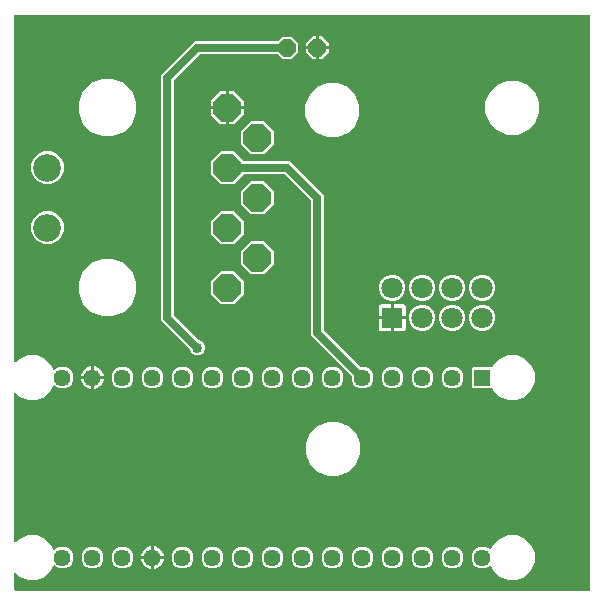
<source format=gbr>
G04 EAGLE Gerber RS-274X export*
G75*
%MOMM*%
%FSLAX34Y34*%
%LPD*%
%INBottom Copper*%
%IPPOS*%
%AMOC8*
5,1,8,0,0,1.08239X$1,22.5*%
G01*
%ADD10R,1.440000X1.440000*%
%ADD11C,1.440000*%
%ADD12P,1.583577X8X22.500000*%
%ADD13R,1.800000X1.800000*%
%ADD14C,1.800000*%
%ADD15P,2.529329X8X292.500000*%
%ADD16C,2.336800*%
%ADD17C,0.858000*%
%ADD18C,0.635000*%

G36*
X370098Y35564D02*
X370098Y35564D01*
X370117Y35562D01*
X370219Y35584D01*
X370321Y35600D01*
X370338Y35610D01*
X370358Y35614D01*
X370447Y35667D01*
X370538Y35716D01*
X370552Y35730D01*
X370569Y35740D01*
X370636Y35819D01*
X370708Y35894D01*
X370716Y35912D01*
X370729Y35927D01*
X370768Y36023D01*
X370811Y36117D01*
X370813Y36137D01*
X370821Y36155D01*
X370839Y36322D01*
X370839Y522478D01*
X370836Y522498D01*
X370838Y522517D01*
X370816Y522619D01*
X370800Y522721D01*
X370790Y522738D01*
X370786Y522758D01*
X370733Y522847D01*
X370684Y522938D01*
X370670Y522952D01*
X370660Y522969D01*
X370581Y523036D01*
X370506Y523108D01*
X370488Y523116D01*
X370473Y523129D01*
X370377Y523168D01*
X370283Y523211D01*
X370263Y523213D01*
X370245Y523221D01*
X370078Y523239D01*
X-116078Y523239D01*
X-116098Y523236D01*
X-116117Y523238D01*
X-116219Y523216D01*
X-116321Y523200D01*
X-116338Y523190D01*
X-116358Y523186D01*
X-116447Y523133D01*
X-116538Y523084D01*
X-116552Y523070D01*
X-116569Y523060D01*
X-116636Y522981D01*
X-116708Y522906D01*
X-116716Y522888D01*
X-116729Y522873D01*
X-116768Y522777D01*
X-116811Y522683D01*
X-116813Y522663D01*
X-116821Y522645D01*
X-116839Y522478D01*
X-116839Y229440D01*
X-116828Y229370D01*
X-116826Y229298D01*
X-116808Y229249D01*
X-116800Y229198D01*
X-116766Y229134D01*
X-116741Y229067D01*
X-116709Y229026D01*
X-116684Y228980D01*
X-116632Y228931D01*
X-116588Y228875D01*
X-116544Y228847D01*
X-116506Y228811D01*
X-116441Y228781D01*
X-116381Y228742D01*
X-116330Y228729D01*
X-116283Y228707D01*
X-116212Y228699D01*
X-116142Y228682D01*
X-116090Y228686D01*
X-116039Y228680D01*
X-115968Y228695D01*
X-115897Y228701D01*
X-115849Y228721D01*
X-115798Y228732D01*
X-115737Y228769D01*
X-115671Y228797D01*
X-115615Y228842D01*
X-115587Y228859D01*
X-115572Y228876D01*
X-115540Y228902D01*
X-112391Y232050D01*
X-105389Y234951D01*
X-97811Y234951D01*
X-90809Y232050D01*
X-85450Y226691D01*
X-83840Y222806D01*
X-83816Y222767D01*
X-83800Y222723D01*
X-83751Y222663D01*
X-83710Y222597D01*
X-83675Y222567D01*
X-83646Y222531D01*
X-83581Y222489D01*
X-83521Y222440D01*
X-83478Y222423D01*
X-83439Y222398D01*
X-83364Y222379D01*
X-83291Y222352D01*
X-83245Y222350D01*
X-83201Y222338D01*
X-83123Y222344D01*
X-83046Y222341D01*
X-83001Y222354D01*
X-82956Y222357D01*
X-82884Y222388D01*
X-82809Y222410D01*
X-82772Y222436D01*
X-82729Y222454D01*
X-82623Y222539D01*
X-82607Y222550D01*
X-82604Y222554D01*
X-82598Y222559D01*
X-81430Y223727D01*
X-78037Y225133D01*
X-74363Y225133D01*
X-70970Y223727D01*
X-68373Y221130D01*
X-66967Y217737D01*
X-66967Y214063D01*
X-68373Y210670D01*
X-70970Y208073D01*
X-74363Y206667D01*
X-78037Y206667D01*
X-81430Y208073D01*
X-82598Y209241D01*
X-82636Y209268D01*
X-82667Y209302D01*
X-82735Y209340D01*
X-82798Y209385D01*
X-82842Y209398D01*
X-82882Y209421D01*
X-82959Y209434D01*
X-83033Y209457D01*
X-83079Y209456D01*
X-83124Y209464D01*
X-83201Y209453D01*
X-83279Y209451D01*
X-83322Y209435D01*
X-83368Y209428D01*
X-83437Y209393D01*
X-83510Y209366D01*
X-83546Y209338D01*
X-83587Y209317D01*
X-83641Y209261D01*
X-83702Y209213D01*
X-83727Y209174D01*
X-83759Y209141D01*
X-83825Y209022D01*
X-83835Y209006D01*
X-83836Y209001D01*
X-83840Y208994D01*
X-85450Y205109D01*
X-90809Y199750D01*
X-97811Y196849D01*
X-105389Y196849D01*
X-112391Y199750D01*
X-115540Y202898D01*
X-115598Y202940D01*
X-115650Y202989D01*
X-115697Y203011D01*
X-115739Y203041D01*
X-115808Y203063D01*
X-115873Y203093D01*
X-115925Y203098D01*
X-115975Y203114D01*
X-116046Y203112D01*
X-116117Y203120D01*
X-116168Y203109D01*
X-116220Y203107D01*
X-116288Y203083D01*
X-116358Y203068D01*
X-116403Y203041D01*
X-116451Y203023D01*
X-116507Y202978D01*
X-116569Y202941D01*
X-116603Y202902D01*
X-116643Y202869D01*
X-116682Y202809D01*
X-116729Y202755D01*
X-116748Y202706D01*
X-116776Y202662D01*
X-116794Y202593D01*
X-116821Y202526D01*
X-116829Y202455D01*
X-116837Y202424D01*
X-116835Y202401D01*
X-116839Y202360D01*
X-116839Y77040D01*
X-116828Y76970D01*
X-116826Y76898D01*
X-116808Y76849D01*
X-116800Y76798D01*
X-116766Y76734D01*
X-116741Y76667D01*
X-116709Y76626D01*
X-116684Y76580D01*
X-116632Y76531D01*
X-116588Y76475D01*
X-116544Y76447D01*
X-116506Y76411D01*
X-116441Y76381D01*
X-116381Y76342D01*
X-116330Y76329D01*
X-116283Y76307D01*
X-116212Y76299D01*
X-116142Y76282D01*
X-116090Y76286D01*
X-116039Y76280D01*
X-115968Y76295D01*
X-115897Y76301D01*
X-115849Y76321D01*
X-115798Y76332D01*
X-115737Y76369D01*
X-115671Y76397D01*
X-115615Y76442D01*
X-115587Y76459D01*
X-115572Y76476D01*
X-115540Y76502D01*
X-112391Y79650D01*
X-105389Y82551D01*
X-97811Y82551D01*
X-90809Y79650D01*
X-85450Y74291D01*
X-83840Y70406D01*
X-83816Y70367D01*
X-83800Y70323D01*
X-83751Y70263D01*
X-83710Y70197D01*
X-83675Y70167D01*
X-83646Y70131D01*
X-83581Y70089D01*
X-83521Y70040D01*
X-83478Y70023D01*
X-83439Y69998D01*
X-83364Y69979D01*
X-83291Y69952D01*
X-83245Y69950D01*
X-83201Y69938D01*
X-83123Y69944D01*
X-83046Y69941D01*
X-83001Y69954D01*
X-82956Y69957D01*
X-82884Y69988D01*
X-82809Y70010D01*
X-82772Y70036D01*
X-82729Y70054D01*
X-82623Y70139D01*
X-82607Y70150D01*
X-82604Y70154D01*
X-82598Y70159D01*
X-81430Y71327D01*
X-78037Y72733D01*
X-74363Y72733D01*
X-70970Y71327D01*
X-68373Y68730D01*
X-66967Y65337D01*
X-66967Y61663D01*
X-68373Y58270D01*
X-70970Y55673D01*
X-74363Y54267D01*
X-78037Y54267D01*
X-81430Y55673D01*
X-82598Y56841D01*
X-82636Y56868D01*
X-82667Y56902D01*
X-82735Y56940D01*
X-82798Y56985D01*
X-82842Y56998D01*
X-82882Y57021D01*
X-82959Y57034D01*
X-83033Y57057D01*
X-83079Y57056D01*
X-83124Y57064D01*
X-83201Y57053D01*
X-83279Y57051D01*
X-83322Y57035D01*
X-83368Y57028D01*
X-83437Y56993D01*
X-83510Y56966D01*
X-83546Y56938D01*
X-83587Y56917D01*
X-83641Y56861D01*
X-83702Y56813D01*
X-83727Y56774D01*
X-83759Y56741D01*
X-83825Y56622D01*
X-83835Y56606D01*
X-83836Y56601D01*
X-83840Y56594D01*
X-85450Y52709D01*
X-90809Y47350D01*
X-97811Y44449D01*
X-105389Y44449D01*
X-112391Y47350D01*
X-115540Y50498D01*
X-115598Y50540D01*
X-115650Y50589D01*
X-115697Y50611D01*
X-115739Y50641D01*
X-115808Y50663D01*
X-115873Y50693D01*
X-115925Y50698D01*
X-115975Y50714D01*
X-116046Y50712D01*
X-116117Y50720D01*
X-116168Y50709D01*
X-116220Y50707D01*
X-116288Y50683D01*
X-116358Y50668D01*
X-116403Y50641D01*
X-116451Y50623D01*
X-116507Y50578D01*
X-116569Y50541D01*
X-116603Y50502D01*
X-116643Y50469D01*
X-116682Y50409D01*
X-116729Y50355D01*
X-116748Y50306D01*
X-116776Y50262D01*
X-116794Y50193D01*
X-116821Y50126D01*
X-116829Y50055D01*
X-116837Y50024D01*
X-116835Y50001D01*
X-116839Y49960D01*
X-116839Y36322D01*
X-116836Y36302D01*
X-116838Y36283D01*
X-116816Y36181D01*
X-116800Y36079D01*
X-116790Y36062D01*
X-116786Y36042D01*
X-116733Y35953D01*
X-116684Y35862D01*
X-116670Y35848D01*
X-116660Y35831D01*
X-116581Y35764D01*
X-116506Y35692D01*
X-116488Y35684D01*
X-116473Y35671D01*
X-116377Y35632D01*
X-116283Y35589D01*
X-116263Y35587D01*
X-116245Y35579D01*
X-116078Y35561D01*
X370078Y35561D01*
X370098Y35564D01*
G37*
%LPC*%
G36*
X36842Y234977D02*
X36842Y234977D01*
X34518Y235940D01*
X32740Y237718D01*
X31758Y240088D01*
X31755Y240124D01*
X31743Y240153D01*
X31738Y240185D01*
X31695Y240266D01*
X31659Y240350D01*
X31633Y240382D01*
X31622Y240403D01*
X31599Y240425D01*
X31554Y240481D01*
X7492Y264543D01*
X7492Y472057D01*
X35943Y500508D01*
X105972Y500508D01*
X106063Y500522D01*
X106153Y500530D01*
X106183Y500542D01*
X106215Y500547D01*
X106296Y500590D01*
X106380Y500626D01*
X106412Y500652D01*
X106433Y500663D01*
X106455Y500686D01*
X106511Y500731D01*
X110428Y504648D01*
X118172Y504648D01*
X123648Y499172D01*
X123648Y491428D01*
X118172Y485952D01*
X110428Y485952D01*
X106511Y489869D01*
X106437Y489922D01*
X106367Y489982D01*
X106337Y489994D01*
X106311Y490013D01*
X106224Y490040D01*
X106139Y490074D01*
X106098Y490078D01*
X106076Y490085D01*
X106044Y490084D01*
X105972Y490092D01*
X40572Y490092D01*
X40482Y490078D01*
X40391Y490070D01*
X40362Y490058D01*
X40330Y490053D01*
X40249Y490010D01*
X40165Y489974D01*
X40133Y489948D01*
X40112Y489937D01*
X40090Y489914D01*
X40034Y489869D01*
X18131Y467966D01*
X18078Y467892D01*
X18018Y467822D01*
X18006Y467792D01*
X17987Y467766D01*
X17960Y467679D01*
X17926Y467594D01*
X17922Y467553D01*
X17915Y467531D01*
X17916Y467499D01*
X17908Y467428D01*
X17908Y269172D01*
X17922Y269082D01*
X17930Y268991D01*
X17942Y268962D01*
X17947Y268930D01*
X17990Y268849D01*
X18026Y268765D01*
X18052Y268733D01*
X18063Y268712D01*
X18086Y268690D01*
X18131Y268634D01*
X38919Y247846D01*
X38993Y247793D01*
X39063Y247733D01*
X39093Y247721D01*
X39119Y247702D01*
X39206Y247675D01*
X39291Y247641D01*
X39321Y247638D01*
X41682Y246660D01*
X43460Y244882D01*
X44423Y242558D01*
X44423Y240042D01*
X43460Y237718D01*
X41682Y235940D01*
X39358Y234977D01*
X36842Y234977D01*
G37*
%LPD*%
%LPC*%
G36*
X175963Y206667D02*
X175963Y206667D01*
X172570Y208073D01*
X169973Y210670D01*
X168567Y214063D01*
X168567Y217453D01*
X168553Y217543D01*
X168545Y217634D01*
X168533Y217663D01*
X168528Y217695D01*
X168485Y217776D01*
X168449Y217860D01*
X168423Y217892D01*
X168412Y217913D01*
X168389Y217935D01*
X168344Y217991D01*
X134492Y251843D01*
X134492Y365828D01*
X134478Y365918D01*
X134470Y366009D01*
X134458Y366038D01*
X134453Y366070D01*
X134410Y366151D01*
X134374Y366235D01*
X134348Y366267D01*
X134337Y366288D01*
X134314Y366310D01*
X134269Y366366D01*
X112366Y388269D01*
X112292Y388322D01*
X112222Y388382D01*
X112192Y388394D01*
X112166Y388413D01*
X112079Y388440D01*
X111994Y388474D01*
X111953Y388478D01*
X111931Y388485D01*
X111899Y388484D01*
X111828Y388492D01*
X77978Y388492D01*
X77958Y388489D01*
X77939Y388491D01*
X77837Y388469D01*
X77735Y388453D01*
X77718Y388443D01*
X77698Y388439D01*
X77609Y388386D01*
X77518Y388337D01*
X77504Y388323D01*
X77487Y388313D01*
X77420Y388234D01*
X77348Y388159D01*
X77341Y388142D01*
X69182Y379983D01*
X57818Y379983D01*
X49783Y388018D01*
X49783Y399382D01*
X57818Y407417D01*
X69182Y407417D01*
X77351Y399247D01*
X77372Y399209D01*
X77386Y399195D01*
X77396Y399178D01*
X77475Y399111D01*
X77550Y399039D01*
X77568Y399031D01*
X77583Y399018D01*
X77679Y398979D01*
X77773Y398936D01*
X77793Y398934D01*
X77811Y398926D01*
X77978Y398908D01*
X116457Y398908D01*
X144908Y370457D01*
X144908Y256472D01*
X144922Y256382D01*
X144930Y256291D01*
X144942Y256262D01*
X144947Y256230D01*
X144990Y256149D01*
X145026Y256065D01*
X145052Y256033D01*
X145063Y256012D01*
X145086Y255990D01*
X145131Y255934D01*
X175709Y225356D01*
X175783Y225303D01*
X175853Y225243D01*
X175883Y225231D01*
X175909Y225212D01*
X175996Y225185D01*
X176081Y225151D01*
X176122Y225147D01*
X176144Y225140D01*
X176176Y225141D01*
X176247Y225133D01*
X179637Y225133D01*
X183030Y223727D01*
X185627Y221130D01*
X187033Y217737D01*
X187033Y214063D01*
X185627Y210670D01*
X183030Y208073D01*
X179637Y206667D01*
X175963Y206667D01*
G37*
%LPD*%
%LPC*%
G36*
X-42900Y420369D02*
X-42900Y420369D01*
X-51769Y424043D01*
X-58557Y430831D01*
X-62231Y439700D01*
X-62231Y449300D01*
X-58557Y458169D01*
X-51769Y464957D01*
X-42900Y468631D01*
X-33300Y468631D01*
X-24431Y464957D01*
X-17643Y458169D01*
X-13969Y449300D01*
X-13969Y439700D01*
X-17643Y430831D01*
X-24431Y424043D01*
X-33300Y420369D01*
X-42900Y420369D01*
G37*
%LPD*%
%LPC*%
G36*
X-42900Y267969D02*
X-42900Y267969D01*
X-51769Y271643D01*
X-58557Y278431D01*
X-62231Y287300D01*
X-62231Y296900D01*
X-58557Y305769D01*
X-51769Y312557D01*
X-42900Y316231D01*
X-33300Y316231D01*
X-24431Y312557D01*
X-17643Y305769D01*
X-13969Y296900D01*
X-13969Y287300D01*
X-17643Y278431D01*
X-24431Y271643D01*
X-33300Y267969D01*
X-42900Y267969D01*
G37*
%LPD*%
%LPC*%
G36*
X300253Y421639D02*
X300253Y421639D01*
X291850Y425120D01*
X285420Y431550D01*
X281939Y439953D01*
X281939Y449047D01*
X285420Y457450D01*
X291850Y463880D01*
X300253Y467361D01*
X309347Y467361D01*
X317750Y463880D01*
X324180Y457450D01*
X327661Y449047D01*
X327661Y439953D01*
X324180Y431550D01*
X317750Y425120D01*
X309347Y421639D01*
X300253Y421639D01*
G37*
%LPD*%
%LPC*%
G36*
X147853Y419353D02*
X147853Y419353D01*
X139450Y422834D01*
X133020Y429264D01*
X129539Y437667D01*
X129539Y446761D01*
X133020Y455164D01*
X139450Y461594D01*
X147853Y465075D01*
X156947Y465075D01*
X165350Y461594D01*
X171780Y455164D01*
X175261Y446761D01*
X175261Y437667D01*
X171780Y429264D01*
X165350Y422834D01*
X156947Y419353D01*
X147853Y419353D01*
G37*
%LPD*%
%LPC*%
G36*
X148361Y132841D02*
X148361Y132841D01*
X139958Y136322D01*
X133528Y142752D01*
X130047Y151155D01*
X130047Y160249D01*
X133528Y168652D01*
X139958Y175082D01*
X148361Y178563D01*
X157455Y178563D01*
X165858Y175082D01*
X172288Y168652D01*
X175769Y160249D01*
X175769Y151155D01*
X172288Y142752D01*
X165858Y136322D01*
X157455Y132841D01*
X148361Y132841D01*
G37*
%LPD*%
%LPC*%
G36*
X301011Y196849D02*
X301011Y196849D01*
X294009Y199750D01*
X288650Y205109D01*
X288199Y206197D01*
X288137Y206297D01*
X288077Y206397D01*
X288072Y206401D01*
X288069Y206406D01*
X287979Y206481D01*
X287890Y206557D01*
X287884Y206559D01*
X287880Y206563D01*
X287771Y206605D01*
X287662Y206649D01*
X287654Y206650D01*
X287650Y206651D01*
X287632Y206652D01*
X287495Y206667D01*
X271358Y206667D01*
X270167Y207858D01*
X270167Y223942D01*
X271358Y225133D01*
X287495Y225133D01*
X287610Y225152D01*
X287726Y225169D01*
X287732Y225171D01*
X287738Y225172D01*
X287841Y225227D01*
X287945Y225280D01*
X287950Y225285D01*
X287955Y225288D01*
X288035Y225372D01*
X288118Y225456D01*
X288121Y225462D01*
X288125Y225466D01*
X288133Y225483D01*
X288199Y225603D01*
X288650Y226691D01*
X294009Y232050D01*
X301011Y234951D01*
X308589Y234951D01*
X315591Y232050D01*
X320950Y226691D01*
X323851Y219689D01*
X323851Y212111D01*
X320950Y205109D01*
X315591Y199750D01*
X308589Y196849D01*
X301011Y196849D01*
G37*
%LPD*%
%LPC*%
G36*
X301011Y44449D02*
X301011Y44449D01*
X294009Y47350D01*
X288650Y52709D01*
X287040Y56594D01*
X287016Y56633D01*
X287000Y56677D01*
X286951Y56737D01*
X286910Y56803D01*
X286875Y56833D01*
X286846Y56869D01*
X286781Y56911D01*
X286721Y56960D01*
X286678Y56977D01*
X286639Y57002D01*
X286564Y57021D01*
X286491Y57048D01*
X286445Y57050D01*
X286401Y57062D01*
X286323Y57056D01*
X286246Y57059D01*
X286201Y57046D01*
X286156Y57043D01*
X286084Y57012D01*
X286009Y56990D01*
X285972Y56964D01*
X285929Y56946D01*
X285823Y56861D01*
X285807Y56850D01*
X285804Y56846D01*
X285798Y56841D01*
X284630Y55673D01*
X281237Y54267D01*
X277563Y54267D01*
X274170Y55673D01*
X271573Y58270D01*
X270167Y61663D01*
X270167Y65337D01*
X271573Y68730D01*
X274170Y71327D01*
X277563Y72733D01*
X281237Y72733D01*
X284630Y71327D01*
X285798Y70159D01*
X285836Y70132D01*
X285867Y70098D01*
X285935Y70060D01*
X285998Y70015D01*
X286042Y70002D01*
X286082Y69979D01*
X286159Y69966D01*
X286233Y69943D01*
X286279Y69944D01*
X286324Y69936D01*
X286401Y69947D01*
X286479Y69949D01*
X286522Y69965D01*
X286568Y69972D01*
X286637Y70007D01*
X286710Y70034D01*
X286746Y70062D01*
X286787Y70083D01*
X286841Y70139D01*
X286902Y70187D01*
X286927Y70226D01*
X286959Y70259D01*
X287025Y70378D01*
X287035Y70394D01*
X287036Y70399D01*
X287040Y70406D01*
X288650Y74291D01*
X294009Y79650D01*
X301011Y82551D01*
X308589Y82551D01*
X315591Y79650D01*
X320950Y74291D01*
X323851Y67289D01*
X323851Y59711D01*
X320950Y52709D01*
X315591Y47350D01*
X308589Y44449D01*
X301011Y44449D01*
G37*
%LPD*%
%LPC*%
G36*
X83218Y354583D02*
X83218Y354583D01*
X75183Y362618D01*
X75183Y373982D01*
X83218Y382017D01*
X94582Y382017D01*
X102617Y373982D01*
X102617Y362618D01*
X94582Y354583D01*
X83218Y354583D01*
G37*
%LPD*%
%LPC*%
G36*
X57818Y329183D02*
X57818Y329183D01*
X49783Y337218D01*
X49783Y348582D01*
X57818Y356617D01*
X69182Y356617D01*
X77217Y348582D01*
X77217Y337218D01*
X69182Y329183D01*
X57818Y329183D01*
G37*
%LPD*%
%LPC*%
G36*
X83218Y303783D02*
X83218Y303783D01*
X75183Y311818D01*
X75183Y323182D01*
X83218Y331217D01*
X94582Y331217D01*
X102617Y323182D01*
X102617Y311818D01*
X94582Y303783D01*
X83218Y303783D01*
G37*
%LPD*%
%LPC*%
G36*
X57818Y278383D02*
X57818Y278383D01*
X49783Y286418D01*
X49783Y297782D01*
X57818Y305817D01*
X69182Y305817D01*
X77217Y297782D01*
X77217Y286418D01*
X69182Y278383D01*
X57818Y278383D01*
G37*
%LPD*%
%LPC*%
G36*
X83218Y405383D02*
X83218Y405383D01*
X75183Y413418D01*
X75183Y424782D01*
X83218Y432817D01*
X94582Y432817D01*
X102617Y424782D01*
X102617Y413418D01*
X94582Y405383D01*
X83218Y405383D01*
G37*
%LPD*%
%LPC*%
G36*
X-91628Y379983D02*
X-91628Y379983D01*
X-96670Y382072D01*
X-100528Y385930D01*
X-102617Y390972D01*
X-102617Y396428D01*
X-100528Y401470D01*
X-96670Y405328D01*
X-91628Y407417D01*
X-86172Y407417D01*
X-81130Y405328D01*
X-77272Y401470D01*
X-75183Y396428D01*
X-75183Y390972D01*
X-77272Y385930D01*
X-81130Y382072D01*
X-86172Y379983D01*
X-91628Y379983D01*
G37*
%LPD*%
%LPC*%
G36*
X-91628Y329183D02*
X-91628Y329183D01*
X-96670Y331272D01*
X-100528Y335130D01*
X-102617Y340172D01*
X-102617Y345628D01*
X-100528Y350670D01*
X-96670Y354528D01*
X-91628Y356617D01*
X-86172Y356617D01*
X-81130Y354528D01*
X-77272Y350670D01*
X-75183Y345628D01*
X-75183Y340172D01*
X-77272Y335130D01*
X-81130Y331272D01*
X-86172Y329183D01*
X-91628Y329183D01*
G37*
%LPD*%
%LPC*%
G36*
X226405Y281067D02*
X226405Y281067D01*
X222350Y282747D01*
X219247Y285850D01*
X217567Y289905D01*
X217567Y294295D01*
X219247Y298350D01*
X222350Y301453D01*
X226405Y303133D01*
X230795Y303133D01*
X234850Y301453D01*
X237953Y298350D01*
X239633Y294295D01*
X239633Y289905D01*
X237953Y285850D01*
X234850Y282747D01*
X230795Y281067D01*
X226405Y281067D01*
G37*
%LPD*%
%LPC*%
G36*
X277205Y255667D02*
X277205Y255667D01*
X273150Y257347D01*
X270047Y260450D01*
X268367Y264505D01*
X268367Y268895D01*
X270047Y272950D01*
X273150Y276053D01*
X277205Y277733D01*
X281595Y277733D01*
X285650Y276053D01*
X288753Y272950D01*
X290433Y268895D01*
X290433Y264505D01*
X288753Y260450D01*
X285650Y257347D01*
X281595Y255667D01*
X277205Y255667D01*
G37*
%LPD*%
%LPC*%
G36*
X251805Y255667D02*
X251805Y255667D01*
X247750Y257347D01*
X244647Y260450D01*
X242967Y264505D01*
X242967Y268895D01*
X244647Y272950D01*
X247750Y276053D01*
X251805Y277733D01*
X256195Y277733D01*
X260250Y276053D01*
X263353Y272950D01*
X265033Y268895D01*
X265033Y264505D01*
X263353Y260450D01*
X260250Y257347D01*
X256195Y255667D01*
X251805Y255667D01*
G37*
%LPD*%
%LPC*%
G36*
X201005Y281067D02*
X201005Y281067D01*
X196950Y282747D01*
X193847Y285850D01*
X192167Y289905D01*
X192167Y294295D01*
X193847Y298350D01*
X196950Y301453D01*
X201005Y303133D01*
X205395Y303133D01*
X209450Y301453D01*
X212553Y298350D01*
X214233Y294295D01*
X214233Y289905D01*
X212553Y285850D01*
X209450Y282747D01*
X205395Y281067D01*
X201005Y281067D01*
G37*
%LPD*%
%LPC*%
G36*
X251805Y281067D02*
X251805Y281067D01*
X247750Y282747D01*
X244647Y285850D01*
X242967Y289905D01*
X242967Y294295D01*
X244647Y298350D01*
X247750Y301453D01*
X251805Y303133D01*
X256195Y303133D01*
X260250Y301453D01*
X263353Y298350D01*
X265033Y294295D01*
X265033Y289905D01*
X263353Y285850D01*
X260250Y282747D01*
X256195Y281067D01*
X251805Y281067D01*
G37*
%LPD*%
%LPC*%
G36*
X277205Y281067D02*
X277205Y281067D01*
X273150Y282747D01*
X270047Y285850D01*
X268367Y289905D01*
X268367Y294295D01*
X270047Y298350D01*
X273150Y301453D01*
X277205Y303133D01*
X281595Y303133D01*
X285650Y301453D01*
X288753Y298350D01*
X290433Y294295D01*
X290433Y289905D01*
X288753Y285850D01*
X285650Y282747D01*
X281595Y281067D01*
X277205Y281067D01*
G37*
%LPD*%
%LPC*%
G36*
X226405Y255667D02*
X226405Y255667D01*
X222350Y257347D01*
X219247Y260450D01*
X217567Y264505D01*
X217567Y268895D01*
X219247Y272950D01*
X222350Y276053D01*
X226405Y277733D01*
X230795Y277733D01*
X234850Y276053D01*
X237953Y272950D01*
X239633Y268895D01*
X239633Y264505D01*
X237953Y260450D01*
X234850Y257347D01*
X230795Y255667D01*
X226405Y255667D01*
G37*
%LPD*%
%LPC*%
G36*
X48963Y206667D02*
X48963Y206667D01*
X45570Y208073D01*
X42973Y210670D01*
X41567Y214063D01*
X41567Y217737D01*
X42973Y221130D01*
X45570Y223727D01*
X48963Y225133D01*
X52637Y225133D01*
X56030Y223727D01*
X58627Y221130D01*
X60033Y217737D01*
X60033Y214063D01*
X58627Y210670D01*
X56030Y208073D01*
X52637Y206667D01*
X48963Y206667D01*
G37*
%LPD*%
%LPC*%
G36*
X23563Y206667D02*
X23563Y206667D01*
X20170Y208073D01*
X17573Y210670D01*
X16167Y214063D01*
X16167Y217737D01*
X17573Y221130D01*
X20170Y223727D01*
X23563Y225133D01*
X27237Y225133D01*
X30630Y223727D01*
X33227Y221130D01*
X34633Y217737D01*
X34633Y214063D01*
X33227Y210670D01*
X30630Y208073D01*
X27237Y206667D01*
X23563Y206667D01*
G37*
%LPD*%
%LPC*%
G36*
X-52637Y54267D02*
X-52637Y54267D01*
X-56030Y55673D01*
X-58627Y58270D01*
X-60033Y61663D01*
X-60033Y65337D01*
X-58627Y68730D01*
X-56030Y71327D01*
X-52637Y72733D01*
X-48963Y72733D01*
X-45570Y71327D01*
X-42973Y68730D01*
X-41567Y65337D01*
X-41567Y61663D01*
X-42973Y58270D01*
X-45570Y55673D01*
X-48963Y54267D01*
X-52637Y54267D01*
G37*
%LPD*%
%LPC*%
G36*
X-27237Y54267D02*
X-27237Y54267D01*
X-30630Y55673D01*
X-33227Y58270D01*
X-34633Y61663D01*
X-34633Y65337D01*
X-33227Y68730D01*
X-30630Y71327D01*
X-27237Y72733D01*
X-23563Y72733D01*
X-20170Y71327D01*
X-17573Y68730D01*
X-16167Y65337D01*
X-16167Y61663D01*
X-17573Y58270D01*
X-20170Y55673D01*
X-23563Y54267D01*
X-27237Y54267D01*
G37*
%LPD*%
%LPC*%
G36*
X23563Y54267D02*
X23563Y54267D01*
X20170Y55673D01*
X17573Y58270D01*
X16167Y61663D01*
X16167Y65337D01*
X17573Y68730D01*
X20170Y71327D01*
X23563Y72733D01*
X27237Y72733D01*
X30630Y71327D01*
X33227Y68730D01*
X34633Y65337D01*
X34633Y61663D01*
X33227Y58270D01*
X30630Y55673D01*
X27237Y54267D01*
X23563Y54267D01*
G37*
%LPD*%
%LPC*%
G36*
X74363Y54267D02*
X74363Y54267D01*
X70970Y55673D01*
X68373Y58270D01*
X66967Y61663D01*
X66967Y65337D01*
X68373Y68730D01*
X70970Y71327D01*
X74363Y72733D01*
X78037Y72733D01*
X81430Y71327D01*
X84027Y68730D01*
X85433Y65337D01*
X85433Y61663D01*
X84027Y58270D01*
X81430Y55673D01*
X78037Y54267D01*
X74363Y54267D01*
G37*
%LPD*%
%LPC*%
G36*
X48963Y54267D02*
X48963Y54267D01*
X45570Y55673D01*
X42973Y58270D01*
X41567Y61663D01*
X41567Y65337D01*
X42973Y68730D01*
X45570Y71327D01*
X48963Y72733D01*
X52637Y72733D01*
X56030Y71327D01*
X58627Y68730D01*
X60033Y65337D01*
X60033Y61663D01*
X58627Y58270D01*
X56030Y55673D01*
X52637Y54267D01*
X48963Y54267D01*
G37*
%LPD*%
%LPC*%
G36*
X99763Y54267D02*
X99763Y54267D01*
X96370Y55673D01*
X93773Y58270D01*
X92367Y61663D01*
X92367Y65337D01*
X93773Y68730D01*
X96370Y71327D01*
X99763Y72733D01*
X103437Y72733D01*
X106830Y71327D01*
X109427Y68730D01*
X110833Y65337D01*
X110833Y61663D01*
X109427Y58270D01*
X106830Y55673D01*
X103437Y54267D01*
X99763Y54267D01*
G37*
%LPD*%
%LPC*%
G36*
X125163Y54267D02*
X125163Y54267D01*
X121770Y55673D01*
X119173Y58270D01*
X117767Y61663D01*
X117767Y65337D01*
X119173Y68730D01*
X121770Y71327D01*
X125163Y72733D01*
X128837Y72733D01*
X132230Y71327D01*
X134827Y68730D01*
X136233Y65337D01*
X136233Y61663D01*
X134827Y58270D01*
X132230Y55673D01*
X128837Y54267D01*
X125163Y54267D01*
G37*
%LPD*%
%LPC*%
G36*
X150563Y54267D02*
X150563Y54267D01*
X147170Y55673D01*
X144573Y58270D01*
X143167Y61663D01*
X143167Y65337D01*
X144573Y68730D01*
X147170Y71327D01*
X150563Y72733D01*
X154237Y72733D01*
X157630Y71327D01*
X160227Y68730D01*
X161633Y65337D01*
X161633Y61663D01*
X160227Y58270D01*
X157630Y55673D01*
X154237Y54267D01*
X150563Y54267D01*
G37*
%LPD*%
%LPC*%
G36*
X175963Y54267D02*
X175963Y54267D01*
X172570Y55673D01*
X169973Y58270D01*
X168567Y61663D01*
X168567Y65337D01*
X169973Y68730D01*
X172570Y71327D01*
X175963Y72733D01*
X179637Y72733D01*
X183030Y71327D01*
X185627Y68730D01*
X187033Y65337D01*
X187033Y61663D01*
X185627Y58270D01*
X183030Y55673D01*
X179637Y54267D01*
X175963Y54267D01*
G37*
%LPD*%
%LPC*%
G36*
X201363Y54267D02*
X201363Y54267D01*
X197970Y55673D01*
X195373Y58270D01*
X193967Y61663D01*
X193967Y65337D01*
X195373Y68730D01*
X197970Y71327D01*
X201363Y72733D01*
X205037Y72733D01*
X208430Y71327D01*
X211027Y68730D01*
X212433Y65337D01*
X212433Y61663D01*
X211027Y58270D01*
X208430Y55673D01*
X205037Y54267D01*
X201363Y54267D01*
G37*
%LPD*%
%LPC*%
G36*
X226763Y54267D02*
X226763Y54267D01*
X223370Y55673D01*
X220773Y58270D01*
X219367Y61663D01*
X219367Y65337D01*
X220773Y68730D01*
X223370Y71327D01*
X226763Y72733D01*
X230437Y72733D01*
X233830Y71327D01*
X236427Y68730D01*
X237833Y65337D01*
X237833Y61663D01*
X236427Y58270D01*
X233830Y55673D01*
X230437Y54267D01*
X226763Y54267D01*
G37*
%LPD*%
%LPC*%
G36*
X252163Y54267D02*
X252163Y54267D01*
X248770Y55673D01*
X246173Y58270D01*
X244767Y61663D01*
X244767Y65337D01*
X246173Y68730D01*
X248770Y71327D01*
X252163Y72733D01*
X255837Y72733D01*
X259230Y71327D01*
X261827Y68730D01*
X263233Y65337D01*
X263233Y61663D01*
X261827Y58270D01*
X259230Y55673D01*
X255837Y54267D01*
X252163Y54267D01*
G37*
%LPD*%
%LPC*%
G36*
X-27237Y206667D02*
X-27237Y206667D01*
X-30630Y208073D01*
X-33227Y210670D01*
X-34633Y214063D01*
X-34633Y217737D01*
X-33227Y221130D01*
X-30630Y223727D01*
X-27237Y225133D01*
X-23563Y225133D01*
X-20170Y223727D01*
X-17573Y221130D01*
X-16167Y217737D01*
X-16167Y214063D01*
X-17573Y210670D01*
X-20170Y208073D01*
X-23563Y206667D01*
X-27237Y206667D01*
G37*
%LPD*%
%LPC*%
G36*
X252163Y206667D02*
X252163Y206667D01*
X248770Y208073D01*
X246173Y210670D01*
X244767Y214063D01*
X244767Y217737D01*
X246173Y221130D01*
X248770Y223727D01*
X252163Y225133D01*
X255837Y225133D01*
X259230Y223727D01*
X261827Y221130D01*
X263233Y217737D01*
X263233Y214063D01*
X261827Y210670D01*
X259230Y208073D01*
X255837Y206667D01*
X252163Y206667D01*
G37*
%LPD*%
%LPC*%
G36*
X226763Y206667D02*
X226763Y206667D01*
X223370Y208073D01*
X220773Y210670D01*
X219367Y214063D01*
X219367Y217737D01*
X220773Y221130D01*
X223370Y223727D01*
X226763Y225133D01*
X230437Y225133D01*
X233830Y223727D01*
X236427Y221130D01*
X237833Y217737D01*
X237833Y214063D01*
X236427Y210670D01*
X233830Y208073D01*
X230437Y206667D01*
X226763Y206667D01*
G37*
%LPD*%
%LPC*%
G36*
X201363Y206667D02*
X201363Y206667D01*
X197970Y208073D01*
X195373Y210670D01*
X193967Y214063D01*
X193967Y217737D01*
X195373Y221130D01*
X197970Y223727D01*
X201363Y225133D01*
X205037Y225133D01*
X208430Y223727D01*
X211027Y221130D01*
X212433Y217737D01*
X212433Y214063D01*
X211027Y210670D01*
X208430Y208073D01*
X205037Y206667D01*
X201363Y206667D01*
G37*
%LPD*%
%LPC*%
G36*
X150563Y206667D02*
X150563Y206667D01*
X147170Y208073D01*
X144573Y210670D01*
X143167Y214063D01*
X143167Y217737D01*
X144573Y221130D01*
X147170Y223727D01*
X150563Y225133D01*
X154237Y225133D01*
X157630Y223727D01*
X160227Y221130D01*
X161633Y217737D01*
X161633Y214063D01*
X160227Y210670D01*
X157630Y208073D01*
X154237Y206667D01*
X150563Y206667D01*
G37*
%LPD*%
%LPC*%
G36*
X125163Y206667D02*
X125163Y206667D01*
X121770Y208073D01*
X119173Y210670D01*
X117767Y214063D01*
X117767Y217737D01*
X119173Y221130D01*
X121770Y223727D01*
X125163Y225133D01*
X128837Y225133D01*
X132230Y223727D01*
X134827Y221130D01*
X136233Y217737D01*
X136233Y214063D01*
X134827Y210670D01*
X132230Y208073D01*
X128837Y206667D01*
X125163Y206667D01*
G37*
%LPD*%
%LPC*%
G36*
X99763Y206667D02*
X99763Y206667D01*
X96370Y208073D01*
X93773Y210670D01*
X92367Y214063D01*
X92367Y217737D01*
X93773Y221130D01*
X96370Y223727D01*
X99763Y225133D01*
X103437Y225133D01*
X106830Y223727D01*
X109427Y221130D01*
X110833Y217737D01*
X110833Y214063D01*
X109427Y210670D01*
X106830Y208073D01*
X103437Y206667D01*
X99763Y206667D01*
G37*
%LPD*%
%LPC*%
G36*
X74363Y206667D02*
X74363Y206667D01*
X70970Y208073D01*
X68373Y210670D01*
X66967Y214063D01*
X66967Y217737D01*
X68373Y221130D01*
X70970Y223727D01*
X74363Y225133D01*
X78037Y225133D01*
X81430Y223727D01*
X84027Y221130D01*
X85433Y217737D01*
X85433Y214063D01*
X84027Y210670D01*
X81430Y208073D01*
X78037Y206667D01*
X74363Y206667D01*
G37*
%LPD*%
%LPC*%
G36*
X-1837Y206667D02*
X-1837Y206667D01*
X-5230Y208073D01*
X-7827Y210670D01*
X-9233Y214063D01*
X-9233Y217737D01*
X-7827Y221130D01*
X-5230Y223727D01*
X-1837Y225133D01*
X1837Y225133D01*
X5230Y223727D01*
X7827Y221130D01*
X9233Y217737D01*
X9233Y214063D01*
X7827Y210670D01*
X5230Y208073D01*
X1837Y206667D01*
X-1837Y206667D01*
G37*
%LPD*%
%LPC*%
G36*
X65023Y446023D02*
X65023Y446023D01*
X65023Y458725D01*
X69392Y458725D01*
X77725Y450392D01*
X77725Y446023D01*
X65023Y446023D01*
G37*
%LPD*%
%LPC*%
G36*
X65023Y442977D02*
X65023Y442977D01*
X77725Y442977D01*
X77725Y438608D01*
X69392Y430275D01*
X65023Y430275D01*
X65023Y442977D01*
G37*
%LPD*%
%LPC*%
G36*
X49275Y446023D02*
X49275Y446023D01*
X49275Y450392D01*
X57608Y458725D01*
X61977Y458725D01*
X61977Y446023D01*
X49275Y446023D01*
G37*
%LPD*%
%LPC*%
G36*
X57608Y430275D02*
X57608Y430275D01*
X49275Y438608D01*
X49275Y442977D01*
X61977Y442977D01*
X61977Y430275D01*
X57608Y430275D01*
G37*
%LPD*%
%LPC*%
G36*
X204723Y268223D02*
X204723Y268223D01*
X204723Y278241D01*
X212534Y278241D01*
X213181Y278068D01*
X213760Y277733D01*
X214233Y277260D01*
X214568Y276681D01*
X214741Y276034D01*
X214741Y268223D01*
X204723Y268223D01*
G37*
%LPD*%
%LPC*%
G36*
X204723Y265177D02*
X204723Y265177D01*
X214741Y265177D01*
X214741Y257366D01*
X214568Y256719D01*
X214233Y256140D01*
X213760Y255667D01*
X213181Y255332D01*
X212534Y255159D01*
X204723Y255159D01*
X204723Y265177D01*
G37*
%LPD*%
%LPC*%
G36*
X191659Y268223D02*
X191659Y268223D01*
X191659Y276034D01*
X191832Y276681D01*
X192167Y277260D01*
X192640Y277733D01*
X193219Y278068D01*
X193866Y278241D01*
X201677Y278241D01*
X201677Y268223D01*
X191659Y268223D01*
G37*
%LPD*%
%LPC*%
G36*
X193866Y255159D02*
X193866Y255159D01*
X193219Y255332D01*
X192640Y255667D01*
X192167Y256140D01*
X191832Y256719D01*
X191659Y257366D01*
X191659Y265177D01*
X201677Y265177D01*
X201677Y255159D01*
X193866Y255159D01*
G37*
%LPD*%
%LPC*%
G36*
X141223Y496823D02*
X141223Y496823D01*
X141223Y505156D01*
X143782Y505156D01*
X149556Y499382D01*
X149556Y496823D01*
X141223Y496823D01*
G37*
%LPD*%
%LPC*%
G36*
X129844Y496823D02*
X129844Y496823D01*
X129844Y499382D01*
X135618Y505156D01*
X138177Y505156D01*
X138177Y496823D01*
X129844Y496823D01*
G37*
%LPD*%
%LPC*%
G36*
X141223Y485444D02*
X141223Y485444D01*
X141223Y493777D01*
X149556Y493777D01*
X149556Y491218D01*
X143782Y485444D01*
X141223Y485444D01*
G37*
%LPD*%
%LPC*%
G36*
X135618Y485444D02*
X135618Y485444D01*
X129844Y491218D01*
X129844Y493777D01*
X138177Y493777D01*
X138177Y485444D01*
X135618Y485444D01*
G37*
%LPD*%
%LPC*%
G36*
X-9621Y65023D02*
X-9621Y65023D01*
X-9501Y65781D01*
X-9027Y67239D01*
X-8331Y68605D01*
X-7430Y69846D01*
X-6346Y70930D01*
X-5105Y71831D01*
X-3739Y72527D01*
X-2281Y73001D01*
X-1523Y73121D01*
X-1523Y65023D01*
X-9621Y65023D01*
G37*
%LPD*%
%LPC*%
G36*
X1523Y65023D02*
X1523Y65023D01*
X1523Y73121D01*
X2281Y73001D01*
X3739Y72527D01*
X5105Y71831D01*
X6346Y70930D01*
X7430Y69846D01*
X8331Y68605D01*
X9027Y67239D01*
X9501Y65781D01*
X9621Y65023D01*
X1523Y65023D01*
G37*
%LPD*%
%LPC*%
G36*
X-60421Y217423D02*
X-60421Y217423D01*
X-60301Y218181D01*
X-59827Y219639D01*
X-59131Y221005D01*
X-58230Y222246D01*
X-57146Y223330D01*
X-55905Y224231D01*
X-54539Y224927D01*
X-53081Y225401D01*
X-52323Y225521D01*
X-52323Y217423D01*
X-60421Y217423D01*
G37*
%LPD*%
%LPC*%
G36*
X-49277Y217423D02*
X-49277Y217423D01*
X-49277Y225521D01*
X-48519Y225401D01*
X-47061Y224927D01*
X-45695Y224231D01*
X-44454Y223330D01*
X-43370Y222246D01*
X-42469Y221005D01*
X-41773Y219639D01*
X-41299Y218181D01*
X-41179Y217423D01*
X-49277Y217423D01*
G37*
%LPD*%
%LPC*%
G36*
X-53081Y206399D02*
X-53081Y206399D01*
X-54539Y206873D01*
X-55905Y207569D01*
X-57146Y208470D01*
X-58230Y209554D01*
X-59131Y210795D01*
X-59827Y212161D01*
X-60301Y213619D01*
X-60421Y214377D01*
X-52323Y214377D01*
X-52323Y206279D01*
X-53081Y206399D01*
G37*
%LPD*%
%LPC*%
G36*
X1523Y61977D02*
X1523Y61977D01*
X9621Y61977D01*
X9501Y61219D01*
X9027Y59761D01*
X8331Y58395D01*
X7430Y57154D01*
X6346Y56070D01*
X5105Y55169D01*
X3739Y54473D01*
X2281Y53999D01*
X1523Y53879D01*
X1523Y61977D01*
G37*
%LPD*%
%LPC*%
G36*
X-2281Y53999D02*
X-2281Y53999D01*
X-3739Y54473D01*
X-5105Y55169D01*
X-6346Y56070D01*
X-7430Y57154D01*
X-8331Y58395D01*
X-9027Y59761D01*
X-9501Y61219D01*
X-9621Y61977D01*
X-1523Y61977D01*
X-1523Y53879D01*
X-2281Y53999D01*
G37*
%LPD*%
%LPC*%
G36*
X-49277Y214377D02*
X-49277Y214377D01*
X-41179Y214377D01*
X-41299Y213619D01*
X-41773Y212161D01*
X-42469Y210795D01*
X-43370Y209554D01*
X-44454Y208470D01*
X-45695Y207569D01*
X-47061Y206873D01*
X-48519Y206399D01*
X-49277Y206279D01*
X-49277Y214377D01*
G37*
%LPD*%
%LPC*%
G36*
X-50801Y215899D02*
X-50801Y215899D01*
X-50801Y215901D01*
X-50799Y215901D01*
X-50799Y215899D01*
X-50801Y215899D01*
G37*
%LPD*%
%LPC*%
G36*
X203199Y266699D02*
X203199Y266699D01*
X203199Y266701D01*
X203201Y266701D01*
X203201Y266699D01*
X203199Y266699D01*
G37*
%LPD*%
%LPC*%
G36*
X63499Y444499D02*
X63499Y444499D01*
X63499Y444501D01*
X63501Y444501D01*
X63501Y444499D01*
X63499Y444499D01*
G37*
%LPD*%
%LPC*%
G36*
X139699Y495299D02*
X139699Y495299D01*
X139699Y495301D01*
X139701Y495301D01*
X139701Y495299D01*
X139699Y495299D01*
G37*
%LPD*%
%LPC*%
G36*
X-1Y63499D02*
X-1Y63499D01*
X-1Y63501D01*
X1Y63501D01*
X1Y63499D01*
X-1Y63499D01*
G37*
%LPD*%
D10*
X279400Y215900D03*
D11*
X254000Y215900D03*
X228600Y215900D03*
X203200Y215900D03*
X177800Y215900D03*
X152400Y215900D03*
X127000Y215900D03*
X101600Y215900D03*
X76200Y215900D03*
X50800Y215900D03*
X25400Y215900D03*
X0Y215900D03*
X-25400Y215900D03*
X-50800Y215900D03*
X-76200Y215900D03*
X-76200Y63500D03*
X-50800Y63500D03*
X-25400Y63500D03*
X0Y63500D03*
X25400Y63500D03*
X50800Y63500D03*
X76200Y63500D03*
X101600Y63500D03*
X127000Y63500D03*
X152400Y63500D03*
X177800Y63500D03*
X203200Y63500D03*
X228600Y63500D03*
X254000Y63500D03*
X279400Y63500D03*
D12*
X114300Y495300D03*
X139700Y495300D03*
D13*
X203200Y266700D03*
D14*
X279400Y292100D03*
X254000Y292100D03*
X228600Y292100D03*
X203200Y292100D03*
X228600Y266700D03*
X254000Y266700D03*
X279400Y266700D03*
D15*
X88900Y317500D03*
X88900Y419100D03*
X63500Y342900D03*
X63500Y393700D03*
X88900Y368300D03*
X63500Y292100D03*
X63500Y444500D03*
D16*
X-88900Y342900D03*
X-88900Y393700D03*
D17*
X203200Y381000D03*
X-76200Y127000D03*
X38100Y241300D03*
D18*
X12700Y266700D01*
X12700Y469900D01*
X38100Y495300D01*
X114300Y495300D01*
X139700Y254000D02*
X177800Y215900D01*
X139700Y254000D02*
X139700Y368300D01*
X114300Y393700D01*
X63500Y393700D01*
M02*

</source>
